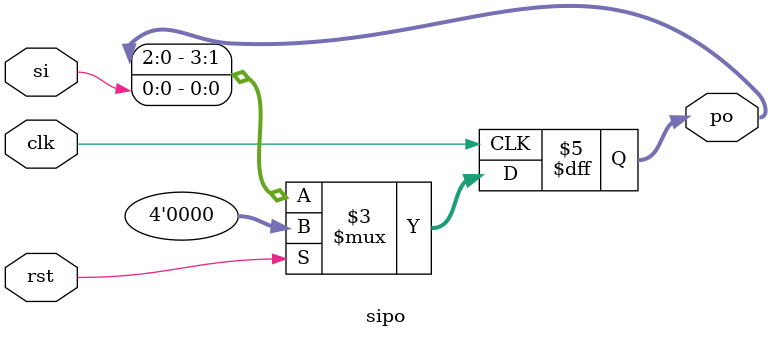
<source format=sv>
module sipo#(parameter N=4)(input clk,rst,si,
	output reg [N-1:0]po);
	reg temp;
	always@(posedge clk) begin
		if(rst) 
			po <= 4'b0;
		else begin 
			po[0] <= si;
			po <= {po[2:0],si};
	end
	end
endmodule

</source>
